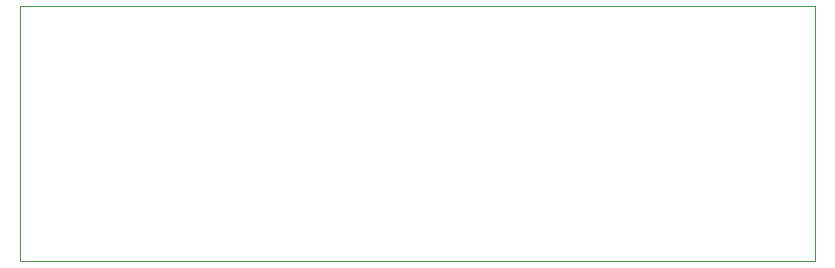
<source format=gm1>
G04 #@! TF.GenerationSoftware,KiCad,Pcbnew,5.1.5*
G04 #@! TF.CreationDate,2020-02-20T08:26:26-05:00*
G04 #@! TF.ProjectId,bluefish-hardware,626c7565-6669-4736-982d-686172647761,rev?*
G04 #@! TF.SameCoordinates,Original*
G04 #@! TF.FileFunction,Profile,NP*
%FSLAX46Y46*%
G04 Gerber Fmt 4.6, Leading zero omitted, Abs format (unit mm)*
G04 Created by KiCad (PCBNEW 5.1.5) date 2020-02-20 08:26:26*
%MOMM*%
%LPD*%
G04 APERTURE LIST*
%ADD10C,0.050000*%
G04 APERTURE END LIST*
D10*
X199390000Y-106680000D02*
X199390000Y-85090000D01*
X132080000Y-106680000D02*
X199390000Y-106680000D01*
X132080000Y-105410000D02*
X132080000Y-106680000D01*
X132080000Y-85090000D02*
X132080000Y-105410000D01*
X199390000Y-85090000D02*
X132080000Y-85090000D01*
M02*

</source>
